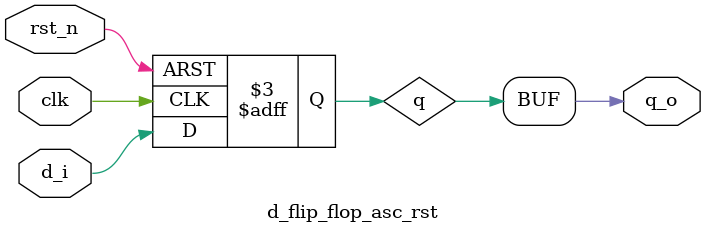
<source format=v>
module d_flip_flop_asc_rst (
input   d_i,
input   clk, //active-low reset
input   rst_n, //reset
output  q_o
);

reg q; //q burda uninitialized

//always @(posedge clk) begin //synchronous reset burda reseti alması için edge lazım baboli
always @(posedge clk, negedge rst_n) begin //asynchronous reset kanka reseti aldımı direk sıfırlıyor risingedge falan hikaye yani
    if (rst_n == 1'b0) begin //hoca derse yanlış yazmış 0 olacak
        q <= 1'b0;
    end
    else begin
        q <= d_i;
    end
end

assign q_o  = q;
    
endmodule
</source>
